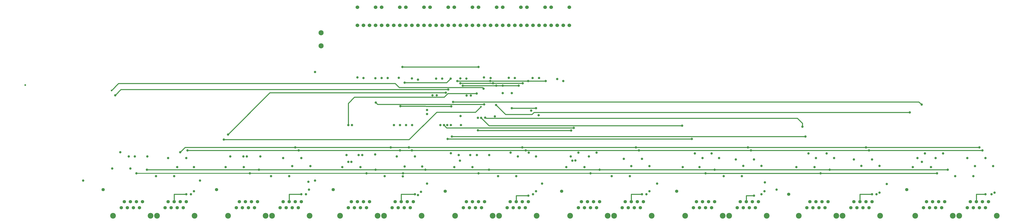
<source format=gbr>
G04 EAGLE Gerber RS-274X export*
G75*
%MOMM*%
%FSLAX34Y34*%
%LPD*%
%INCopper Layer 2*%
%IPPOS*%
%AMOC8*
5,1,8,0,0,1.08239X$1,22.5*%
G01*
G04 Define Apertures*
%ADD10C,1.408000*%
%ADD11C,2.400000*%
%ADD12C,1.524000*%
%ADD13C,2.133600*%
%ADD14C,1.006400*%
%ADD15C,0.406400*%
%ADD16C,0.304800*%
%ADD17C,1.350000*%
%ADD18C,0.756400*%
D10*
X292100Y165100D03*
X279400Y139700D03*
X266700Y165100D03*
X304800Y139700D03*
X254000Y139700D03*
X317500Y165100D03*
X330200Y139700D03*
X342900Y165100D03*
D11*
X219700Y105700D03*
X377200Y105700D03*
D12*
X1244600Y908050D03*
X1270000Y908050D03*
X1295400Y908050D03*
X1320800Y908050D03*
X1320800Y984250D03*
X1244600Y984250D03*
X1447800Y908050D03*
X1473200Y908050D03*
X1498600Y908050D03*
X1524000Y908050D03*
X1524000Y984250D03*
X1447800Y984250D03*
X1346200Y908050D03*
X1371600Y908050D03*
X1397000Y908050D03*
X1422400Y908050D03*
X1422400Y984250D03*
X1346200Y984250D03*
X1549400Y908050D03*
X1574800Y908050D03*
X1600200Y908050D03*
X1625600Y908050D03*
X1625600Y984250D03*
X1549400Y984250D03*
X1651000Y908050D03*
X1676400Y908050D03*
X1701800Y908050D03*
X1727200Y908050D03*
X1727200Y984250D03*
X1651000Y984250D03*
X1854200Y908050D03*
X1879600Y908050D03*
X1905000Y908050D03*
X1930400Y908050D03*
X1930400Y984250D03*
X1854200Y984250D03*
X1955800Y908050D03*
X1981200Y908050D03*
X2006600Y908050D03*
X2032000Y908050D03*
X2032000Y984250D03*
X1955800Y984250D03*
X1752600Y908050D03*
X1778000Y908050D03*
X1803400Y908050D03*
X1828800Y908050D03*
X1828800Y984250D03*
X1752600Y984250D03*
X2057400Y908050D03*
X2082800Y908050D03*
X2108200Y908050D03*
X2133600Y908050D03*
X2133600Y984250D03*
X2057400Y984250D03*
D13*
X1092200Y821182D03*
X1092200Y876300D03*
D10*
X774700Y165100D03*
X762000Y139700D03*
X749300Y165100D03*
X787400Y139700D03*
X736600Y139700D03*
X800100Y165100D03*
X812800Y139700D03*
X825500Y165100D03*
D11*
X702300Y105700D03*
X859800Y105700D03*
D10*
X1428750Y165100D03*
X1416050Y139700D03*
X1403350Y165100D03*
X1441450Y139700D03*
X1390650Y139700D03*
X1454150Y165100D03*
X1466850Y139700D03*
X1479550Y165100D03*
D11*
X1356350Y105700D03*
X1513850Y105700D03*
D10*
X1244600Y165100D03*
X1231900Y139700D03*
X1219200Y165100D03*
X1257300Y139700D03*
X1206500Y139700D03*
X1270000Y165100D03*
X1282700Y139700D03*
X1295400Y165100D03*
D11*
X1172200Y105700D03*
X1329700Y105700D03*
D10*
X1911350Y165100D03*
X1898650Y139700D03*
X1885950Y165100D03*
X1924050Y139700D03*
X1873250Y139700D03*
X1936750Y165100D03*
X1949450Y139700D03*
X1962150Y165100D03*
D11*
X1838950Y105700D03*
X1996450Y105700D03*
D10*
X1727200Y165100D03*
X1714500Y139700D03*
X1701800Y165100D03*
X1739900Y139700D03*
X1689100Y139700D03*
X1752600Y165100D03*
X1765300Y139700D03*
X1778000Y165100D03*
D11*
X1654800Y105700D03*
X1812300Y105700D03*
D10*
X2393950Y165100D03*
X2381250Y139700D03*
X2368550Y165100D03*
X2406650Y139700D03*
X2355850Y139700D03*
X2419350Y165100D03*
X2432050Y139700D03*
X2444750Y165100D03*
D11*
X2321550Y105700D03*
X2479050Y105700D03*
D10*
X2209800Y165100D03*
X2197100Y139700D03*
X2184400Y165100D03*
X2222500Y139700D03*
X2171700Y139700D03*
X2235200Y165100D03*
X2247900Y139700D03*
X2260600Y165100D03*
D11*
X2137400Y105700D03*
X2294900Y105700D03*
D10*
X2876550Y165100D03*
X2863850Y139700D03*
X2851150Y165100D03*
X2889250Y139700D03*
X2838450Y139700D03*
X2901950Y165100D03*
X2914650Y139700D03*
X2927350Y165100D03*
D11*
X2804150Y105700D03*
X2961650Y105700D03*
D10*
X2692400Y165100D03*
X2679700Y139700D03*
X2667000Y165100D03*
X2705100Y139700D03*
X2654300Y139700D03*
X2717800Y165100D03*
X2730500Y139700D03*
X2743200Y165100D03*
D11*
X2620000Y105700D03*
X2777500Y105700D03*
D10*
X3352800Y165100D03*
X3340100Y139700D03*
X3327400Y165100D03*
X3365500Y139700D03*
X3314700Y139700D03*
X3378200Y165100D03*
X3390900Y139700D03*
X3403600Y165100D03*
D11*
X3280400Y105700D03*
X3437900Y105700D03*
D10*
X3168650Y165100D03*
X3155950Y139700D03*
X3143250Y165100D03*
X3181350Y139700D03*
X3130550Y139700D03*
X3194050Y165100D03*
X3206750Y139700D03*
X3219450Y165100D03*
D11*
X3096250Y105700D03*
X3253750Y105700D03*
D10*
X3841750Y165100D03*
X3829050Y139700D03*
X3816350Y165100D03*
X3854450Y139700D03*
X3803650Y139700D03*
X3867150Y165100D03*
X3879850Y139700D03*
X3892550Y165100D03*
D11*
X3769350Y105700D03*
X3926850Y105700D03*
D10*
X3657600Y165100D03*
X3644900Y139700D03*
X3632200Y165100D03*
X3670300Y139700D03*
X3619500Y139700D03*
X3683000Y165100D03*
X3695700Y139700D03*
X3708400Y165100D03*
D11*
X3585200Y105700D03*
X3742700Y105700D03*
D10*
X476250Y165100D03*
X463550Y139700D03*
X450850Y165100D03*
X488950Y139700D03*
X438150Y139700D03*
X501650Y165100D03*
X514350Y139700D03*
X527050Y165100D03*
D11*
X403850Y105700D03*
X561350Y105700D03*
D10*
X958850Y165100D03*
X946150Y139700D03*
X933450Y165100D03*
X971550Y139700D03*
X920750Y139700D03*
X984250Y165100D03*
X996950Y139700D03*
X1009650Y165100D03*
D11*
X886450Y105700D03*
X1043950Y105700D03*
D14*
X1498600Y679450D03*
X1600200Y683260D03*
X1701800Y683260D03*
X1905000Y685800D03*
X2006600Y685800D03*
X2108200Y673100D03*
X1346200Y685800D03*
X1244600Y688340D03*
X1536700Y534670D03*
X1803400Y685800D03*
X1973580Y548640D03*
X1577340Y613410D03*
X1720850Y612140D03*
X1776730Y575310D03*
D15*
X1329690Y575310D01*
X1322070Y582930D01*
D14*
X1322070Y582930D03*
X1320165Y685165D03*
X361950Y299720D03*
D15*
X831850Y299720D01*
X1320800Y299720D01*
X1530350Y299720D01*
X1797050Y299720D01*
X2260600Y299720D01*
X2743200Y299720D01*
D14*
X2743200Y299720D03*
X2260600Y299720D03*
X1797050Y299720D03*
X1320800Y299720D03*
X831850Y299720D03*
D15*
X2743200Y299720D02*
X3225800Y299720D01*
X3721100Y299720D01*
D14*
X3225800Y299720D03*
X3721100Y299720D03*
X1474470Y487680D03*
X1530350Y299720D03*
X2082800Y681990D03*
X1979930Y685800D03*
X1676400Y684530D03*
X1574800Y683260D03*
X1473200Y684530D03*
X1371600Y685800D03*
X1270000Y685800D03*
X1775460Y688340D03*
X250190Y373380D03*
X1536700Y551180D03*
X2005330Y529590D03*
X2954020Y246380D03*
X1038860Y248920D03*
X488950Y311150D03*
X558800Y311150D03*
X400050Y273050D03*
X476250Y273050D03*
X215900Y304800D03*
X311150Y355600D03*
X292100Y304800D03*
X711200Y355600D03*
X692150Y311150D03*
X781050Y355600D03*
X768350Y311150D03*
X882650Y273050D03*
X958850Y273050D03*
X971550Y314960D03*
X1047750Y314960D03*
X1181100Y311150D03*
X1198880Y361950D03*
X1264920Y361950D03*
X1257300Y311150D03*
X1442720Y313690D03*
X1358900Y273050D03*
X1435100Y271780D03*
X1516380Y313690D03*
X546100Y196850D03*
X1028700Y196850D03*
X1498600Y193040D03*
X1651000Y311150D03*
X1670050Y361950D03*
X1727200Y311150D03*
X1746250Y361950D03*
X1835150Y273050D03*
X1911350Y273050D03*
X1981200Y196850D03*
X1993900Y355600D03*
X1917700Y355600D03*
X2120900Y311150D03*
X2197100Y311150D03*
X2139950Y355600D03*
X2216150Y355600D03*
X2311400Y273050D03*
X2387600Y273050D03*
X2470150Y314960D03*
X2393950Y314960D03*
X2457450Y196850D03*
X2692400Y349250D03*
X2762250Y349250D03*
X2781300Y273050D03*
X2857500Y273050D03*
X2863850Y316230D03*
X2940050Y316230D03*
X2940050Y196850D03*
X2679700Y311150D03*
X2609850Y311150D03*
X3244850Y349250D03*
X3168650Y349250D03*
X3086100Y311150D03*
X3162300Y311150D03*
X3422650Y196850D03*
X3359150Y316230D03*
X3435350Y316230D03*
X3594100Y349250D03*
X3575050Y311150D03*
X3651250Y311150D03*
X3670300Y349250D03*
X3905250Y196850D03*
X3835400Y314960D03*
X3911600Y314960D03*
X3829050Y273050D03*
X3752850Y273050D03*
X1854200Y622300D03*
X1892300Y622300D03*
X1703070Y612140D03*
X1559560Y613410D03*
X1677670Y525780D03*
X1821180Y524510D03*
X1066800Y711200D03*
D15*
X998220Y381000D02*
X532130Y381000D01*
X998220Y381000D02*
X1423670Y381000D01*
X1473200Y381000D01*
X1950720Y381000D02*
X2425700Y381000D01*
X1950720Y381000D02*
X1473200Y381000D01*
D14*
X1950720Y381000D03*
X1473200Y381000D03*
X532130Y381000D03*
X2895600Y381000D03*
D15*
X3390900Y381000D01*
X3867150Y381000D01*
D14*
X3390900Y381000D03*
X3867150Y381000D03*
D15*
X2895600Y381000D02*
X2425700Y381000D01*
D14*
X2425700Y381000D03*
X998220Y381000D03*
X1423670Y487680D03*
X1423670Y381000D03*
X1892300Y558800D03*
D15*
X1993900Y558800D01*
D14*
X1993900Y558800D03*
X317500Y284480D03*
D16*
X793750Y284480D01*
X1282700Y284480D01*
X1436370Y284480D01*
X1752600Y284480D01*
X2222500Y284480D01*
X2705100Y284480D01*
D14*
X793750Y284480D03*
X2705100Y284480D03*
X2222500Y284480D03*
X1752600Y284480D03*
X1282700Y284480D03*
D15*
X2705100Y284480D02*
X3187700Y284480D01*
X3676650Y284480D01*
D14*
X3187700Y284480D03*
X3676650Y284480D03*
X1449070Y487680D03*
X1436370Y284480D03*
X1638300Y566420D03*
D15*
X1424940Y566976D01*
D14*
X1424940Y566976D03*
X1418590Y687070D03*
X1635760Y683260D03*
X1442720Y666750D03*
D15*
X1619250Y666750D01*
X1635760Y683260D01*
D14*
X1433830Y732790D03*
X1752600Y732790D03*
D15*
X1433830Y732790D01*
D14*
X2034540Y673100D03*
D15*
X1960880Y673100D01*
D14*
X1802130Y673100D03*
D15*
X1960880Y673100D01*
X1802130Y673100D02*
X1663700Y673100D01*
D14*
X1663700Y673100D03*
X1960880Y673100D03*
X1938020Y664210D03*
D15*
X1813560Y664210D01*
D14*
X1676400Y664210D03*
D15*
X1813560Y664210D01*
D14*
X1813560Y664210D03*
X1854200Y654050D03*
D15*
X1921510Y654050D01*
D14*
X1921510Y654050D03*
D15*
X1854200Y654050D02*
X1827530Y654050D01*
X1686560Y654050D01*
D14*
X1686560Y654050D03*
X1827530Y654050D03*
X1879600Y687070D03*
X3465830Y240030D03*
X93980Y254000D03*
X584200Y254000D03*
X1066800Y254000D03*
X1536700Y241300D03*
X2019300Y241300D03*
X2501900Y241300D03*
X3003550Y215900D03*
X450850Y349250D03*
X558800Y209550D03*
X527050Y349250D03*
D17*
X177800Y215900D03*
D14*
X285360Y355600D03*
X363220Y355600D03*
D17*
X654050Y215900D03*
D14*
X766690Y355600D03*
X837810Y355600D03*
X933450Y349250D03*
X1009650Y349250D03*
X1041400Y215900D03*
D17*
X1143000Y215900D03*
D14*
X1511300Y207010D03*
X1485900Y355600D03*
X1409700Y355600D03*
X1319530Y364490D03*
X1249680Y361950D03*
X1717920Y361950D03*
X1797930Y361950D03*
X1993900Y209550D03*
D17*
X1612900Y209550D03*
D14*
X1963810Y372110D03*
X1887610Y372110D03*
D17*
X2101850Y209550D03*
D14*
X2171700Y372110D03*
X2247900Y372110D03*
X2470150Y209550D03*
X2438400Y345440D03*
X2362200Y345440D03*
D17*
X2584450Y209550D03*
D14*
X2660650Y368300D03*
X2730500Y368300D03*
X2908300Y342900D03*
X2832100Y342900D03*
X2952750Y209550D03*
D17*
X3054350Y196850D03*
D14*
X3213100Y368300D03*
X3136900Y368300D03*
X3435350Y203200D03*
X3327400Y342900D03*
X3403600Y342900D03*
X1936750Y393700D03*
X2413000Y393700D03*
X1460500Y393700D03*
X984250Y393700D03*
X501650Y373380D03*
X2882900Y393700D03*
D15*
X3378200Y393700D02*
X3854450Y393700D01*
D14*
X3378200Y393700D03*
X3854450Y393700D03*
D15*
X3378200Y393700D02*
X2882900Y393700D01*
X2413000Y393700D01*
X521970Y393700D02*
X501650Y373380D01*
D14*
X1398270Y487680D03*
X1384300Y393700D03*
D15*
X984250Y393700D02*
X521970Y393700D01*
X1936750Y393700D02*
X2413000Y393700D01*
X1936750Y393700D02*
X1460500Y393700D01*
X1384300Y393700D01*
X984250Y393700D01*
D14*
X527050Y196850D03*
D15*
X476250Y196850D01*
X476250Y165100D01*
D14*
X1009650Y196850D03*
D15*
X958850Y196850D02*
X958850Y165100D01*
X958850Y196850D02*
X1009650Y196850D01*
D14*
X1485900Y196850D03*
D15*
X1428750Y196850D02*
X1428750Y165100D01*
X1428750Y196850D02*
X1485900Y196850D01*
D14*
X1962150Y190500D03*
D15*
X1911350Y190500D02*
X1911350Y165100D01*
X1911350Y190500D02*
X1962150Y190500D01*
D14*
X2438400Y196850D03*
D15*
X2393950Y196850D02*
X2393950Y165100D01*
X2393950Y196850D02*
X2438400Y196850D01*
D14*
X2908300Y190500D03*
D15*
X2876550Y190500D02*
X2876550Y165100D01*
X2876550Y190500D02*
X2908300Y190500D01*
D14*
X3403600Y196850D03*
D15*
X3352800Y196850D02*
X3352800Y165100D01*
X3352800Y196850D02*
X3403600Y196850D01*
D14*
X3879850Y196850D03*
D15*
X3841750Y196850D02*
X3841750Y165100D01*
X3841750Y196850D02*
X3879850Y196850D01*
D14*
X3917950Y203200D03*
D17*
X3549650Y215900D03*
D14*
X3625850Y368300D03*
X3702050Y368300D03*
X3879850Y349250D03*
X3803650Y349250D03*
X1625600Y637382D03*
D15*
X252572Y637382D01*
X228600Y613410D01*
D14*
X228600Y613410D03*
X1774190Y641350D03*
D15*
X1769824Y645716D01*
X1419860Y645716D01*
X1402742Y662834D01*
D18*
X213182Y633552D03*
D15*
X242464Y662834D01*
X1402742Y662834D01*
D14*
X702310Y448310D03*
X1615440Y623714D03*
D15*
X877714Y623714D02*
X702310Y448310D01*
X877714Y623714D02*
X1615440Y623714D01*
D14*
X684530Y426720D03*
D15*
X1461770Y426720D01*
X1577340Y542290D02*
X1739900Y542290D01*
X1762760Y565150D01*
D18*
X1762760Y565150D03*
D15*
X1577340Y542290D02*
X1461770Y426720D01*
D14*
X1219200Y332740D03*
X1221740Y487680D03*
X1744872Y620714D03*
D15*
X1624226Y620714D01*
X1608588Y605076D01*
X1232456Y605076D01*
D14*
X1207104Y332740D03*
D15*
X1206500Y579120D02*
X1232456Y605076D01*
D14*
X1206500Y487680D03*
D15*
X1206500Y579120D01*
D14*
X1637030Y369570D03*
X1592580Y487680D03*
X1674952Y337642D03*
X1678940Y487680D03*
X2159000Y339090D03*
X2152650Y476250D03*
X1607820Y487680D03*
D15*
X1619250Y476250D01*
X2152650Y476250D01*
D14*
X2146904Y337820D03*
X2141220Y464820D03*
D15*
X1751330Y464820D01*
X1750060Y466090D01*
D14*
X1750060Y466090D03*
X1750060Y518160D03*
X2647950Y429260D03*
X1623060Y429260D03*
X1621790Y487680D03*
D15*
X1623060Y429260D02*
X2647950Y429260D01*
D14*
X2607310Y485140D03*
D15*
X1797050Y485140D01*
X1764030Y518160D01*
D14*
X1764030Y518160D03*
X3124200Y439420D03*
X1637030Y487680D03*
X1640840Y439420D03*
D15*
X3124200Y439420D01*
D14*
X3111500Y481330D03*
X1780540Y519430D03*
D15*
X1783794Y516176D01*
X3111500Y495300D02*
X3111500Y481330D01*
X3090624Y516176D02*
X1783794Y516176D01*
X3090624Y516176D02*
X3111500Y495300D01*
D14*
X1645920Y585470D03*
D15*
X3600450Y585470D01*
X3611880Y574040D01*
D14*
X3611880Y574040D03*
X3613150Y332740D03*
X3562350Y541020D03*
X1826260Y572770D03*
D15*
X1977032Y532686D02*
X1985366Y541020D01*
X1977032Y532686D02*
X1866344Y532686D01*
X1826260Y572770D01*
X1985366Y541020D02*
X3562350Y541020D01*
D18*
X-148590Y656590D03*
M02*

</source>
